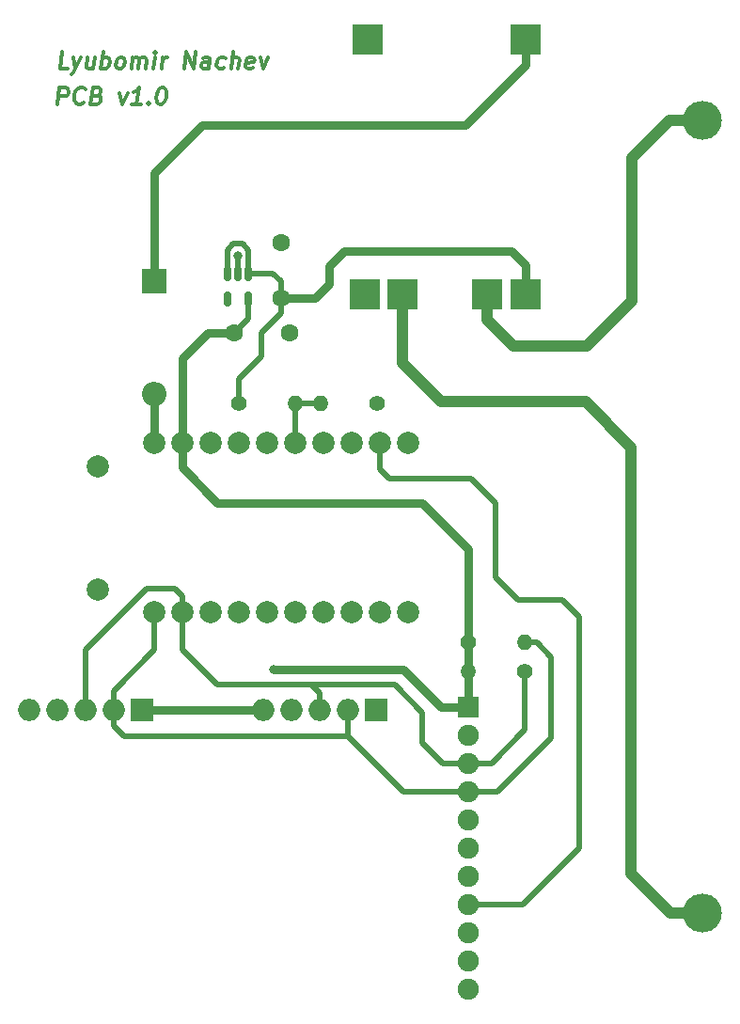
<source format=gtl>
%TF.GenerationSoftware,KiCad,Pcbnew,(6.0.9)*%
%TF.CreationDate,2023-01-30T01:20:46+02:00*%
%TF.ProjectId,Schematics,53636865-6d61-4746-9963-732e6b696361,rev?*%
%TF.SameCoordinates,Original*%
%TF.FileFunction,Copper,L1,Top*%
%TF.FilePolarity,Positive*%
%FSLAX46Y46*%
G04 Gerber Fmt 4.6, Leading zero omitted, Abs format (unit mm)*
G04 Created by KiCad (PCBNEW (6.0.9)) date 2023-01-30 01:20:46*
%MOMM*%
%LPD*%
G01*
G04 APERTURE LIST*
G04 Aperture macros list*
%AMRoundRect*
0 Rectangle with rounded corners*
0 $1 Rounding radius*
0 $2 $3 $4 $5 $6 $7 $8 $9 X,Y pos of 4 corners*
0 Add a 4 corners polygon primitive as box body*
4,1,4,$2,$3,$4,$5,$6,$7,$8,$9,$2,$3,0*
0 Add four circle primitives for the rounded corners*
1,1,$1+$1,$2,$3*
1,1,$1+$1,$4,$5*
1,1,$1+$1,$6,$7*
1,1,$1+$1,$8,$9*
0 Add four rect primitives between the rounded corners*
20,1,$1+$1,$2,$3,$4,$5,0*
20,1,$1+$1,$4,$5,$6,$7,0*
20,1,$1+$1,$6,$7,$8,$9,0*
20,1,$1+$1,$8,$9,$2,$3,0*%
G04 Aperture macros list end*
%ADD10C,0.300000*%
%TA.AperFunction,NonConductor*%
%ADD11C,0.300000*%
%TD*%
%TA.AperFunction,ComponentPad*%
%ADD12C,1.600000*%
%TD*%
%TA.AperFunction,SMDPad,CuDef*%
%ADD13RoundRect,0.150000X-0.150000X0.512500X-0.150000X-0.512500X0.150000X-0.512500X0.150000X0.512500X0*%
%TD*%
%TA.AperFunction,ComponentPad*%
%ADD14C,1.900000*%
%TD*%
%TA.AperFunction,ComponentPad*%
%ADD15R,1.900000X1.900000*%
%TD*%
%TA.AperFunction,ComponentPad*%
%ADD16O,2.000000X2.000000*%
%TD*%
%TA.AperFunction,ComponentPad*%
%ADD17R,2.000000X2.000000*%
%TD*%
%TA.AperFunction,ComponentPad*%
%ADD18O,3.500000X3.500000*%
%TD*%
%TA.AperFunction,ComponentPad*%
%ADD19O,1.400000X1.400000*%
%TD*%
%TA.AperFunction,ComponentPad*%
%ADD20C,1.400000*%
%TD*%
%TA.AperFunction,ComponentPad*%
%ADD21C,2.000000*%
%TD*%
%TA.AperFunction,ComponentPad*%
%ADD22R,2.800000X2.800000*%
%TD*%
%TA.AperFunction,ComponentPad*%
%ADD23O,2.200000X2.200000*%
%TD*%
%TA.AperFunction,ComponentPad*%
%ADD24R,2.200000X2.200000*%
%TD*%
%TA.AperFunction,ViaPad*%
%ADD25C,0.800000*%
%TD*%
%TA.AperFunction,Conductor*%
%ADD26C,0.500000*%
%TD*%
%TA.AperFunction,Conductor*%
%ADD27C,1.000000*%
%TD*%
%TA.AperFunction,Conductor*%
%ADD28C,0.800000*%
%TD*%
G04 APERTURE END LIST*
D10*
D11*
X109034562Y-67874571D02*
X109222062Y-66374571D01*
X109793491Y-66374571D01*
X109927419Y-66446000D01*
X109989919Y-66517428D01*
X110043491Y-66660285D01*
X110016705Y-66874571D01*
X109927419Y-67017428D01*
X109847062Y-67088857D01*
X109695276Y-67160285D01*
X109123848Y-67160285D01*
X111409562Y-67731714D02*
X111329205Y-67803142D01*
X111105991Y-67874571D01*
X110963133Y-67874571D01*
X110757776Y-67803142D01*
X110632776Y-67660285D01*
X110579205Y-67517428D01*
X110543491Y-67231714D01*
X110570276Y-67017428D01*
X110677419Y-66731714D01*
X110766705Y-66588857D01*
X110927419Y-66446000D01*
X111150633Y-66374571D01*
X111293491Y-66374571D01*
X111498848Y-66446000D01*
X111561348Y-66517428D01*
X112632776Y-67088857D02*
X112838133Y-67160285D01*
X112900633Y-67231714D01*
X112954205Y-67374571D01*
X112927419Y-67588857D01*
X112838133Y-67731714D01*
X112757776Y-67803142D01*
X112605991Y-67874571D01*
X112034562Y-67874571D01*
X112222062Y-66374571D01*
X112722062Y-66374571D01*
X112855991Y-66446000D01*
X112918491Y-66517428D01*
X112972062Y-66660285D01*
X112954205Y-66803142D01*
X112864919Y-66946000D01*
X112784562Y-67017428D01*
X112632776Y-67088857D01*
X112132776Y-67088857D01*
X114659562Y-66874571D02*
X114891705Y-67874571D01*
X115373848Y-66874571D01*
X116605991Y-67874571D02*
X115748848Y-67874571D01*
X116177419Y-67874571D02*
X116364919Y-66374571D01*
X116195276Y-66588857D01*
X116034562Y-66731714D01*
X115882776Y-66803142D01*
X117266705Y-67731714D02*
X117329205Y-67803142D01*
X117248848Y-67874571D01*
X117186348Y-67803142D01*
X117266705Y-67731714D01*
X117248848Y-67874571D01*
X118436348Y-66374571D02*
X118579205Y-66374571D01*
X118713133Y-66446000D01*
X118775633Y-66517428D01*
X118829205Y-66660285D01*
X118864919Y-66946000D01*
X118820276Y-67303142D01*
X118713133Y-67588857D01*
X118623848Y-67731714D01*
X118543491Y-67803142D01*
X118391705Y-67874571D01*
X118248848Y-67874571D01*
X118114919Y-67803142D01*
X118052419Y-67731714D01*
X117998848Y-67588857D01*
X117963133Y-67303142D01*
X118007776Y-66946000D01*
X118114919Y-66660285D01*
X118204205Y-66517428D01*
X118284562Y-66446000D01*
X118436348Y-66374571D01*
D10*
D11*
X109970276Y-64674571D02*
X109255991Y-64674571D01*
X109443491Y-63174571D01*
X110452419Y-63674571D02*
X110684562Y-64674571D01*
X111166705Y-63674571D02*
X110684562Y-64674571D01*
X110497062Y-65031714D01*
X110416705Y-65103142D01*
X110264919Y-65174571D01*
X112380991Y-63674571D02*
X112255991Y-64674571D01*
X111738133Y-63674571D02*
X111639919Y-64460285D01*
X111693491Y-64603142D01*
X111827419Y-64674571D01*
X112041705Y-64674571D01*
X112193491Y-64603142D01*
X112273848Y-64531714D01*
X112970276Y-64674571D02*
X113157776Y-63174571D01*
X113086348Y-63746000D02*
X113238133Y-63674571D01*
X113523848Y-63674571D01*
X113657776Y-63746000D01*
X113720276Y-63817428D01*
X113773848Y-63960285D01*
X113720276Y-64388857D01*
X113630991Y-64531714D01*
X113550633Y-64603142D01*
X113398848Y-64674571D01*
X113113133Y-64674571D01*
X112979205Y-64603142D01*
X114541705Y-64674571D02*
X114407776Y-64603142D01*
X114345276Y-64531714D01*
X114291705Y-64388857D01*
X114345276Y-63960285D01*
X114434562Y-63817428D01*
X114514919Y-63746000D01*
X114666705Y-63674571D01*
X114880991Y-63674571D01*
X115014919Y-63746000D01*
X115077419Y-63817428D01*
X115130991Y-63960285D01*
X115077419Y-64388857D01*
X114988133Y-64531714D01*
X114907776Y-64603142D01*
X114755991Y-64674571D01*
X114541705Y-64674571D01*
X115684562Y-64674571D02*
X115809562Y-63674571D01*
X115791705Y-63817428D02*
X115872062Y-63746000D01*
X116023848Y-63674571D01*
X116238133Y-63674571D01*
X116372062Y-63746000D01*
X116425633Y-63888857D01*
X116327419Y-64674571D01*
X116425633Y-63888857D02*
X116514919Y-63746000D01*
X116666705Y-63674571D01*
X116880991Y-63674571D01*
X117014919Y-63746000D01*
X117068491Y-63888857D01*
X116970276Y-64674571D01*
X117684562Y-64674571D02*
X117809562Y-63674571D01*
X117872062Y-63174571D02*
X117791705Y-63246000D01*
X117854205Y-63317428D01*
X117934562Y-63246000D01*
X117872062Y-63174571D01*
X117854205Y-63317428D01*
X118398848Y-64674571D02*
X118523848Y-63674571D01*
X118488133Y-63960285D02*
X118577419Y-63817428D01*
X118657776Y-63746000D01*
X118809562Y-63674571D01*
X118952419Y-63674571D01*
X120470276Y-64674571D02*
X120657776Y-63174571D01*
X121327419Y-64674571D01*
X121514919Y-63174571D01*
X122684562Y-64674571D02*
X122782776Y-63888857D01*
X122729205Y-63746000D01*
X122595276Y-63674571D01*
X122309562Y-63674571D01*
X122157776Y-63746000D01*
X122693491Y-64603142D02*
X122541705Y-64674571D01*
X122184562Y-64674571D01*
X122050633Y-64603142D01*
X121997062Y-64460285D01*
X122014919Y-64317428D01*
X122104205Y-64174571D01*
X122255991Y-64103142D01*
X122613133Y-64103142D01*
X122764919Y-64031714D01*
X124050633Y-64603142D02*
X123898848Y-64674571D01*
X123613133Y-64674571D01*
X123479205Y-64603142D01*
X123416705Y-64531714D01*
X123363133Y-64388857D01*
X123416705Y-63960285D01*
X123505991Y-63817428D01*
X123586348Y-63746000D01*
X123738133Y-63674571D01*
X124023848Y-63674571D01*
X124157776Y-63746000D01*
X124684562Y-64674571D02*
X124872062Y-63174571D01*
X125327419Y-64674571D02*
X125425633Y-63888857D01*
X125372062Y-63746000D01*
X125238133Y-63674571D01*
X125023848Y-63674571D01*
X124872062Y-63746000D01*
X124791705Y-63817428D01*
X126622062Y-64603142D02*
X126470276Y-64674571D01*
X126184562Y-64674571D01*
X126050633Y-64603142D01*
X125997062Y-64460285D01*
X126068491Y-63888857D01*
X126157776Y-63746000D01*
X126309562Y-63674571D01*
X126595276Y-63674571D01*
X126729205Y-63746000D01*
X126782776Y-63888857D01*
X126764919Y-64031714D01*
X126032776Y-64174571D01*
X127309562Y-63674571D02*
X127541705Y-64674571D01*
X128023848Y-63674571D01*
D12*
%TO.P,C2,1*%
%TO.N,+3V0*%
X124988000Y-88446000D03*
%TO.P,C2,2*%
%TO.N,GND*%
X129988000Y-88446000D03*
%TD*%
D13*
%TO.P,U4,5,VOUT*%
%TO.N,+3V0*%
X126238000Y-85383500D03*
%TO.P,U4,4,N.C.*%
%TO.N,unconnected-(U4-Pad4)*%
X124338000Y-85383500D03*
%TO.P,U4,3,STBY*%
%TO.N,VCC*%
X124338000Y-83108500D03*
%TO.P,U4,2,GND*%
%TO.N,GND*%
X125288000Y-83108500D03*
%TO.P,U4,1,VIN*%
%TO.N,VCC*%
X126238000Y-83108500D03*
%TD*%
D14*
%TO.P,U6,11,A3*%
%TO.N,unconnected-(U6-Pad11)*%
X146043000Y-147538000D03*
%TO.P,U6,10,A2*%
%TO.N,unconnected-(U6-Pad10)*%
X146043000Y-144998000D03*
%TO.P,U6,9,A1*%
%TO.N,unconnected-(U6-Pad9)*%
X146043000Y-142458000D03*
%TO.P,U6,8,INT1*%
%TO.N,/INT1*%
X146043000Y-139918000D03*
%TO.P,U6,7,INT2*%
%TO.N,unconnected-(U6-Pad7)*%
X146043000Y-137378000D03*
%TO.P,U6,6,CS*%
%TO.N,unconnected-(U6-Pad6)*%
X146043000Y-134838000D03*
%TO.P,U6,5,SDO*%
%TO.N,unconnected-(U6-Pad5)*%
X146043000Y-132298000D03*
%TO.P,U6,4,SDA*%
%TO.N,/SDA*%
X146043000Y-129758000D03*
%TO.P,U6,3,SCL*%
%TO.N,/SCL*%
X146043000Y-127218000D03*
%TO.P,U6,2,GND*%
%TO.N,GND*%
X146043000Y-124678000D03*
D15*
%TO.P,U6,1,VCC*%
%TO.N,+3V0*%
X146043000Y-122138000D03*
%TD*%
D16*
%TO.P,U2,5,VCC*%
%TO.N,+3V0*%
X127590000Y-122435500D03*
%TO.P,U2,4,GND*%
%TO.N,GND*%
X130130000Y-122435500D03*
%TO.P,U2,3,SCL*%
%TO.N,/SCL*%
X132670000Y-122435500D03*
%TO.P,U2,2,SDA*%
%TO.N,/SDA*%
X135210000Y-122435500D03*
D17*
%TO.P,U2,1,ADDR*%
%TO.N,unconnected-(U2-Pad1)*%
X137750000Y-122435500D03*
%TD*%
D18*
%TO.P,BT1,2,-*%
%TO.N,Net-(BT1-Pad2)*%
X167148000Y-140696000D03*
%TO.P,BT1,1,+*%
%TO.N,Net-(BT1-Pad1)*%
X167148000Y-69296000D03*
%TD*%
D19*
%TO.P,R2,2*%
%TO.N,+3V0*%
X146048000Y-118946000D03*
D20*
%TO.P,R2,1*%
%TO.N,/SCL*%
X151128000Y-118946000D03*
%TD*%
D19*
%TO.P,R4,2*%
%TO.N,Net-(R3-Pad2)*%
X132748000Y-94796000D03*
D20*
%TO.P,R4,1*%
%TO.N,GND*%
X137828000Y-94796000D03*
%TD*%
D19*
%TO.P,R3,2*%
%TO.N,Net-(R3-Pad2)*%
X130428000Y-94796000D03*
D20*
%TO.P,R3,1*%
%TO.N,VCC*%
X125348000Y-94796000D03*
%TD*%
D21*
%TO.P,U5,0.02,0.02*%
%TO.N,Net-(R3-Pad2)*%
X130433000Y-98380000D03*
%TO.P,U5,0.09,0.09*%
%TO.N,unconnected-(U5-Pad0.09)*%
X135513000Y-113620000D03*
%TO.P,U5,0.10,0.10*%
%TO.N,unconnected-(U5-Pad0.10)*%
X138053000Y-113620000D03*
%TO.P,U5,0.13,0.13*%
%TO.N,/SDA*%
X117733000Y-113620000D03*
%TO.P,U5,0.15,0.15*%
%TO.N,/SCL*%
X120273000Y-113620000D03*
%TO.P,U5,0.17,0.17*%
%TO.N,unconnected-(U5-Pad0.17)*%
X122813000Y-113620000D03*
%TO.P,U5,0.20,0.20*%
%TO.N,unconnected-(U5-Pad0.20)*%
X125353000Y-113620000D03*
%TO.P,U5,0.22,0.22*%
%TO.N,unconnected-(U5-Pad0.22)*%
X127893000Y-113620000D03*
%TO.P,U5,0.24,0.24*%
%TO.N,unconnected-(U5-Pad0.24)*%
X130433000Y-113620000D03*
%TO.P,U5,0.29,0.29*%
%TO.N,unconnected-(U5-Pad0.29)*%
X127893000Y-98380000D03*
%TO.P,U5,0.31,0.31*%
%TO.N,unconnected-(U5-Pad0.31)*%
X125353000Y-98380000D03*
%TO.P,U5,1.00,1.00*%
%TO.N,unconnected-(U5-Pad1.00)*%
X132973000Y-113620000D03*
%TO.P,U5,1.10,1.10*%
%TO.N,/INT1*%
X138053000Y-98380000D03*
%TO.P,U5,1.13,1.13*%
%TO.N,unconnected-(U5-Pad1.13)*%
X135513000Y-98380000D03*
%TO.P,U5,1.15,1.15*%
%TO.N,unconnected-(U5-Pad1.15)*%
X132973000Y-98380000D03*
%TO.P,U5,G1,GND*%
%TO.N,GND*%
X140593000Y-113620000D03*
%TO.P,U5,G2,GND*%
X140593000Y-98380000D03*
%TO.P,U5,G3,GND*%
X122813000Y-98380000D03*
%TO.P,U5,OUT,OUT*%
%TO.N,+3V0*%
X120273000Y-98380000D03*
%TO.P,U5,SWDCLK,SWDCLK*%
%TO.N,unconnected-(U5-PadSWDCLK)*%
X112653000Y-100440000D03*
%TO.P,U5,SWDIO,SWDIO*%
%TO.N,unconnected-(U5-PadSWDIO)*%
X112653000Y-111560000D03*
%TO.P,U5,VBUS,VBUS*%
%TO.N,VBUS*%
X117733000Y-98380000D03*
%TD*%
D16*
%TO.P,U3,5,GND*%
%TO.N,GND*%
X106458000Y-122396000D03*
%TO.P,U3,4,N/C*%
%TO.N,unconnected-(U3-Pad4)*%
X108998000Y-122396000D03*
%TO.P,U3,3,SCL*%
%TO.N,/SCL*%
X111538000Y-122396000D03*
%TO.P,U3,2,SDA*%
%TO.N,/SDA*%
X114078000Y-122396000D03*
D17*
%TO.P,U3,1,2-6V*%
%TO.N,+3V0*%
X116618000Y-122396000D03*
%TD*%
D22*
%TO.P,U1,6,OUT-*%
%TO.N,GND*%
X136688000Y-84946000D03*
%TO.P,U1,5,B-*%
%TO.N,Net-(BT1-Pad2)*%
X140088000Y-84946000D03*
%TO.P,U1,4,B+*%
%TO.N,Net-(BT1-Pad1)*%
X147688000Y-84946000D03*
%TO.P,U1,3,OUT+*%
%TO.N,VCC*%
X151188000Y-84946000D03*
%TO.P,U1,2,IN-*%
%TO.N,GND*%
X136988000Y-62046000D03*
%TO.P,U1,1,IN+*%
%TO.N,Net-(D1-Pad1)*%
X151188000Y-62046000D03*
%TD*%
D12*
%TO.P,C1,2*%
%TO.N,GND*%
X129188000Y-80346000D03*
%TO.P,C1,1*%
%TO.N,VCC*%
X129188000Y-85346000D03*
%TD*%
D19*
%TO.P,R1,2*%
%TO.N,/SDA*%
X151128000Y-116346000D03*
D20*
%TO.P,R1,1*%
%TO.N,+3V0*%
X146048000Y-116346000D03*
%TD*%
D23*
%TO.P,D1,2,A*%
%TO.N,VBUS*%
X117788000Y-93926000D03*
D24*
%TO.P,D1,1,K*%
%TO.N,Net-(D1-Pad1)*%
X117788000Y-83766000D03*
%TD*%
D25*
%TO.N,GND*%
X125288000Y-81546000D03*
%TO.N,+3V0*%
X128488000Y-118746000D03*
%TD*%
D26*
%TO.N,/INT1*%
X150500000Y-112500000D02*
X154500000Y-112500000D01*
X138053000Y-98380000D02*
X138053000Y-100701000D01*
X138898000Y-101546000D02*
X146296000Y-101546000D01*
X138053000Y-100701000D02*
X138898000Y-101546000D01*
X146296000Y-101546000D02*
X148500000Y-103750000D01*
X154500000Y-112500000D02*
X156000000Y-114000000D01*
X148500000Y-110500000D02*
X150500000Y-112500000D01*
X148500000Y-103750000D02*
X148500000Y-110500000D01*
X156000000Y-114000000D02*
X156000000Y-134844000D01*
X156000000Y-134844000D02*
X150926000Y-139918000D01*
X150926000Y-139918000D02*
X146043000Y-139918000D01*
%TO.N,/SDA*%
X152198000Y-116346000D02*
X151128000Y-116346000D01*
X148686000Y-129758000D02*
X153500000Y-124944000D01*
X153500000Y-124944000D02*
X153500000Y-117648000D01*
X153500000Y-117648000D02*
X152198000Y-116346000D01*
X146043000Y-129758000D02*
X148686000Y-129758000D01*
%TO.N,/SCL*%
X131498000Y-120146000D02*
X123396000Y-120146000D01*
X123396000Y-120146000D02*
X120273000Y-117023000D01*
X120273000Y-117023000D02*
X120273000Y-113620000D01*
%TO.N,/SDA*%
X117733000Y-117017000D02*
X117733000Y-113620000D01*
X114078000Y-122396000D02*
X114078000Y-120672000D01*
X114078000Y-120672000D02*
X117733000Y-117017000D01*
D27*
%TO.N,Net-(BT1-Pad2)*%
X140088000Y-91136000D02*
X140088000Y-84946000D01*
X143598000Y-94646000D02*
X140088000Y-91136000D01*
X156598000Y-94646000D02*
X143598000Y-94646000D01*
X160698000Y-98746000D02*
X156598000Y-94646000D01*
X160698000Y-137146000D02*
X160698000Y-98746000D01*
X167148000Y-140696000D02*
X164248000Y-140696000D01*
X164248000Y-140696000D02*
X160698000Y-137146000D01*
%TO.N,Net-(BT1-Pad1)*%
X160748000Y-85596000D02*
X160748000Y-72696000D01*
X164148000Y-69296000D02*
X167148000Y-69296000D01*
X156698000Y-89646000D02*
X160748000Y-85596000D01*
X150078000Y-89646000D02*
X156698000Y-89646000D01*
X160748000Y-72696000D02*
X164148000Y-69296000D01*
X147688000Y-87256000D02*
X150078000Y-89646000D01*
X147688000Y-84946000D02*
X147688000Y-87256000D01*
D26*
%TO.N,Net-(R3-Pad2)*%
X130433000Y-94801000D02*
X130428000Y-94796000D01*
X130433000Y-98380000D02*
X130433000Y-94801000D01*
X132748000Y-94796000D02*
X130428000Y-94796000D01*
%TO.N,VCC*%
X127398000Y-88446000D02*
X127398000Y-90546000D01*
X129188000Y-85346000D02*
X129188000Y-86656000D01*
X129188000Y-86656000D02*
X127398000Y-88446000D01*
X127398000Y-90546000D02*
X125348000Y-92596000D01*
X125348000Y-92596000D02*
X125348000Y-94796000D01*
D28*
X151188000Y-82336000D02*
X151188000Y-84946000D01*
X149938000Y-81086000D02*
X151188000Y-82336000D01*
X134858000Y-81086000D02*
X149938000Y-81086000D01*
X133498000Y-84046000D02*
X133498000Y-82446000D01*
X133498000Y-82446000D02*
X134858000Y-81086000D01*
X129188000Y-85346000D02*
X132198000Y-85346000D01*
X132198000Y-85346000D02*
X133498000Y-84046000D01*
D26*
X129188000Y-83836000D02*
X129188000Y-85346000D01*
X126238000Y-83108500D02*
X128460500Y-83108500D01*
X128460500Y-83108500D02*
X129188000Y-83836000D01*
D28*
%TO.N,+3V0*%
X122598000Y-88446000D02*
X124988000Y-88446000D01*
X120273000Y-90771000D02*
X122598000Y-88446000D01*
X120273000Y-98380000D02*
X120273000Y-90771000D01*
X120273000Y-100591000D02*
X120273000Y-98380000D01*
X141898000Y-103746000D02*
X123428000Y-103746000D01*
X123428000Y-103746000D02*
X120273000Y-100591000D01*
X146048000Y-107896000D02*
X141898000Y-103746000D01*
X146048000Y-116346000D02*
X146048000Y-107896000D01*
%TO.N,Net-(D1-Pad1)*%
X145798000Y-69746000D02*
X151188000Y-64356000D01*
X151188000Y-64356000D02*
X151188000Y-62046000D01*
X122098000Y-69746000D02*
X145798000Y-69746000D01*
X117788000Y-74056000D02*
X122098000Y-69746000D01*
X117788000Y-83766000D02*
X117788000Y-74056000D01*
D26*
%TO.N,/SCL*%
X148126000Y-127218000D02*
X146043000Y-127218000D01*
X151128000Y-124216000D02*
X148126000Y-127218000D01*
X151128000Y-118946000D02*
X151128000Y-124216000D01*
X143770000Y-127218000D02*
X146043000Y-127218000D01*
X141898000Y-122646000D02*
X141898000Y-125346000D01*
X139398000Y-120146000D02*
X141898000Y-122646000D01*
X131498000Y-120146000D02*
X139398000Y-120146000D01*
X141898000Y-125346000D02*
X143770000Y-127218000D01*
D28*
%TO.N,+3V0*%
X143590000Y-122138000D02*
X146043000Y-122138000D01*
X140198000Y-118746000D02*
X143590000Y-122138000D01*
X128488000Y-118746000D02*
X140198000Y-118746000D01*
D26*
%TO.N,/SCL*%
X131898000Y-120146000D02*
X131498000Y-120146000D01*
X132670000Y-120918000D02*
X131898000Y-120146000D01*
X132670000Y-122435500D02*
X132670000Y-120918000D01*
%TO.N,/SDA*%
X114078000Y-123826000D02*
X114078000Y-122396000D01*
X135210000Y-124768000D02*
X115020000Y-124768000D01*
X115020000Y-124768000D02*
X114078000Y-123826000D01*
%TO.N,/SCL*%
X120273000Y-112121000D02*
X120273000Y-113620000D01*
X119598000Y-111446000D02*
X120273000Y-112121000D01*
X111538000Y-122396000D02*
X111538000Y-117006000D01*
X111538000Y-117006000D02*
X117098000Y-111446000D01*
X117098000Y-111446000D02*
X119598000Y-111446000D01*
%TO.N,VCC*%
X124888000Y-80446000D02*
X125688000Y-80446000D01*
X126238000Y-80996000D02*
X126238000Y-83108500D01*
X124338000Y-83108500D02*
X124338000Y-80996000D01*
X124338000Y-80996000D02*
X124888000Y-80446000D01*
X125688000Y-80446000D02*
X126238000Y-80996000D01*
%TO.N,GND*%
X125288000Y-83108500D02*
X125288000Y-81546000D01*
D28*
%TO.N,+3V0*%
X127590000Y-122435500D02*
X116657500Y-122435500D01*
X146048000Y-118946000D02*
X146048000Y-122133000D01*
D26*
X126238000Y-85383500D02*
X126238000Y-87196000D01*
D28*
X146048000Y-122133000D02*
X146043000Y-122138000D01*
D26*
X126238000Y-87196000D02*
X124988000Y-88446000D01*
D28*
X116657500Y-122435500D02*
X116618000Y-122396000D01*
X146048000Y-116346000D02*
X146048000Y-118946000D01*
%TO.N,VBUS*%
X117733000Y-93981000D02*
X117788000Y-93926000D01*
X117733000Y-98380000D02*
X117733000Y-93981000D01*
D26*
%TO.N,/SDA*%
X135210000Y-122435500D02*
X135210000Y-124768000D01*
X140200000Y-129758000D02*
X146043000Y-129758000D01*
X135210000Y-124768000D02*
X140200000Y-129758000D01*
%TD*%
M02*

</source>
